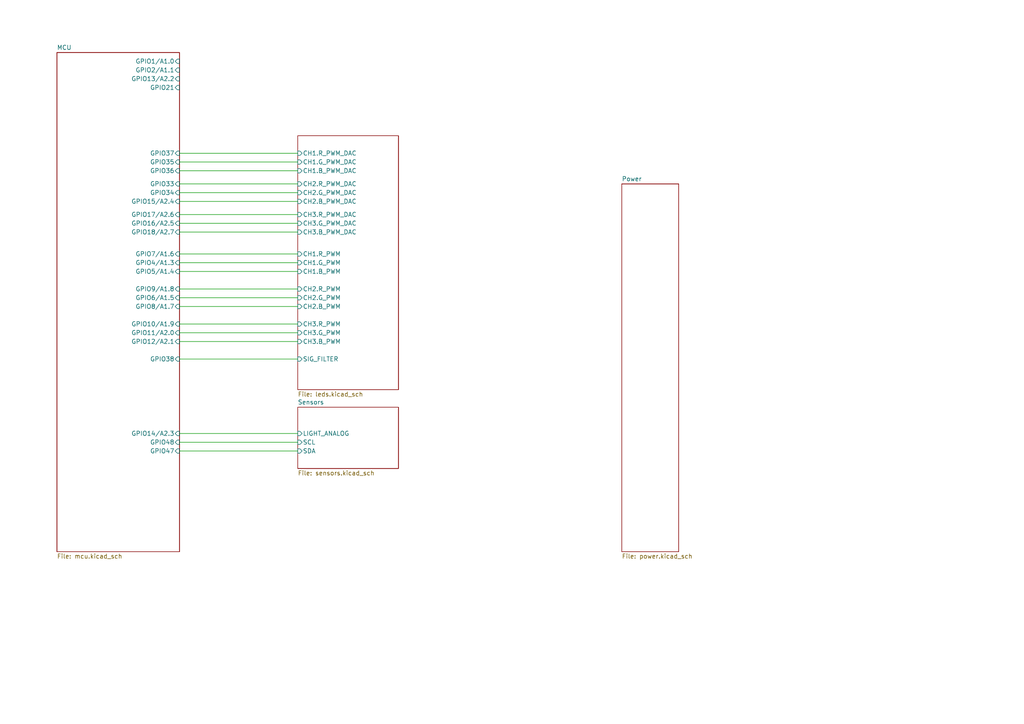
<source format=kicad_sch>
(kicad_sch (version 20230121) (generator eeschema)
  (paper "A4")
  (lib_symbols)
  (wire (pts (xy 52.07 55.88) (xy 86.36 55.88)))
  (wire (pts (xy 52.07 128.27) (xy 86.36 128.27)))
  (wire (pts (xy 52.07 46.99) (xy 86.36 46.99)))
  (wire (pts (xy 52.07 96.52) (xy 86.36 96.52)))
  (wire (pts (xy 52.07 67.31) (xy 86.36 67.31)))
  (wire (pts (xy 52.07 86.36) (xy 86.36 86.36)))
  (wire (pts (xy 52.07 125.73) (xy 86.36 125.73)))
  (wire (pts (xy 52.07 78.74) (xy 86.36 78.74)))
  (wire (pts (xy 52.07 62.23) (xy 86.36 62.23)))
  (wire (pts (xy 52.07 76.2) (xy 86.36 76.2)))
  (wire (pts (xy 52.07 93.98) (xy 86.36 93.98)))
  (wire (pts (xy 52.07 73.66) (xy 86.36 73.66)))
  (wire (pts (xy 52.07 64.77) (xy 86.36 64.77)))
  (wire (pts (xy 52.07 130.81) (xy 86.36 130.81)))
  (wire (pts (xy 52.07 53.34) (xy 86.36 53.34)))
  (wire (pts (xy 52.07 83.82) (xy 86.36 83.82)))
  (wire (pts (xy 52.07 99.06) (xy 86.36 99.06)))
  (wire (pts (xy 52.07 104.14) (xy 86.36 104.14)))
  (wire (pts (xy 52.07 88.9) (xy 86.36 88.9)))
  (wire (pts (xy 52.07 44.45) (xy 86.36 44.45)))
  (wire (pts (xy 52.07 49.53) (xy 86.36 49.53)))
  (wire (pts (xy 52.07 58.42) (xy 86.36 58.42)))
  (sheet (at 86.36 39.37) (size 29.21 73.66) (stroke (width 0.1524))
    (property "Sheetname" "LEDs" (effects hide))
    (property "Sheetfile" "leds.kicad_sch" (at 86.36 113.6146 0) (effects (justify left top)))
    (pin "CH1.R_PWM_DAC" input (at 86.36 44.45 180))
    (pin "CH3.R_PWM_DAC" input (at 86.36 62.23 180))
    (pin "CH1.G_PWM_DAC" input (at 86.36 46.99 180))
    (pin "CH1.B_PWM_DAC" input (at 86.36 49.53 180))
    (pin "CH2.R_PWM_DAC" input (at 86.36 53.34 180))
    (pin "CH2.G_PWM_DAC" input (at 86.36 55.88 180))
    (pin "CH2.B_PWM_DAC" input (at 86.36 58.42 180))
    (pin "CH3.G_PWM" input (at 86.36 96.52 180))
    (pin "CH3.B_PWM" input (at 86.36 99.06 180))
    (pin "CH3.R_PWM" input (at 86.36 93.98 180))
    (pin "CH2.G_PWM" input (at 86.36 86.36 180))
    (pin "CH2.R_PWM" input (at 86.36 83.82 180))
    (pin "CH2.B_PWM" input (at 86.36 88.9 180))
    (pin "CH1.R_PWM" input (at 86.36 73.66 180))
    (pin "CH1.G_PWM" input (at 86.36 76.2 180))
    (pin "CH1.B_PWM" input (at 86.36 78.74 180))
    (pin "CH3.B_PWM_DAC" input (at 86.36 67.31 180))
    (pin "CH3.G_PWM_DAC" input (at 86.36 64.77 180))
    (pin "SIG_FILTER" input (at 86.36 104.14 180))
  )
  (sheet (at 16.51 15.24) (size 35.56 144.78) (stroke (width 0.1524))
    (property "Sheetname" "MCU" (at 16.51 14.5284 0) (effects (justify left bottom)))
    (property "Sheetfile" "mcu.kicad_sch" (at 16.51 160.6046 0) (effects (justify left top)))
    (pin "GPIO15{slash}A2.4" input (at 52.07 58.42 0))
    (pin "GPIO16{slash}A2.5" input (at 52.07 64.77 0))
    (pin "GPIO33" input (at 52.07 53.34 0))
    (pin "GPIO34" input (at 52.07 55.88 0))
    (pin "GPIO35" input (at 52.07 46.99 0))
    (pin "GPIO36" input (at 52.07 49.53 0))
    (pin "GPIO37" input (at 52.07 44.45 0))
    (pin "GPIO2{slash}A1.1" input (at 52.07 20.32 0))
    (pin "GPIO1{slash}A1.0" input (at 52.07 17.78 0))
    (pin "GPIO4{slash}A1.3" input (at 52.07 76.2 0))
    (pin "GPIO5{slash}A1.4" input (at 52.07 78.74 0))
    (pin "GPIO6{slash}A1.5" input (at 52.07 86.36 0))
    (pin "GPIO7{slash}A1.6" input (at 52.07 73.66 0))
    (pin "GPIO8{slash}A1.7" input (at 52.07 88.9 0))
    (pin "GPIO9{slash}A1.8" input (at 52.07 83.82 0))
    (pin "GPIO10{slash}A1.9" input (at 52.07 93.98 0))
    (pin "GPIO11{slash}A2.0" input (at 52.07 96.52 0))
    (pin "GPIO12{slash}A2.1" input (at 52.07 99.06 0))
    (pin "GPIO13{slash}A2.2" input (at 52.07 22.86 0))
    (pin "GPIO14{slash}A2.3" input (at 52.07 125.73 0))
    (pin "GPIO38" input (at 52.07 104.14 0))
    (pin "GPIO47" input (at 52.07 130.81 0))
    (pin "GPIO48" input (at 52.07 128.27 0))
    (pin "GPIO17{slash}A2.6" input (at 52.07 62.23 0))
    (pin "GPIO18{slash}A2.7" input (at 52.07 67.31 0))
    (pin "GPIO21" input (at 52.07 25.4 0))
  )
  (sheet (at 86.36 118.11) (size 29.21 17.78) (stroke (width 0.1524))
    (property "Sheetname" "Sensors" (at 86.36 117.3984 0) (effects (justify left bottom)))
    (property "Sheetfile" "sensors.kicad_sch" (at 86.36 136.4746 0) (effects (justify left top)))
    (pin "LIGHT_ANALOG" input (at 86.36 125.73 180))
    (pin "SCL" input (at 86.36 128.27 180))
    (pin "SDA" input (at 86.36 130.81 180))
  )
  (sheet (at 180.34 53.34) (size 16.51 106.68) (stroke (width 0.1524))
    (property "Sheetname" "Power" (at 180.34 52.6284 0) (effects (justify left bottom)))
    (property "Sheetfile" "power.kicad_sch" (at 180.34 160.6046 0) (effects (justify left top)))
  )
)
</source>
